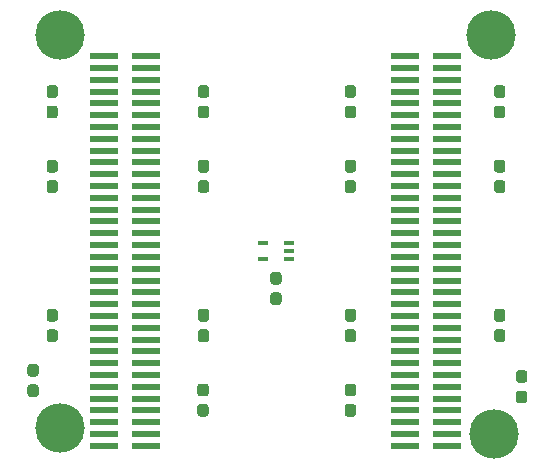
<source format=gbr>
G04 #@! TF.GenerationSoftware,KiCad,Pcbnew,5.1.10-88a1d61d58~88~ubuntu18.04.1*
G04 #@! TF.CreationDate,2021-07-16T13:52:33-04:00*
G04 #@! TF.ProjectId,SiPM_Board_RevC,5369504d-5f42-46f6-9172-645f52657643,rev?*
G04 #@! TF.SameCoordinates,PX8f0d180PY5f5e100*
G04 #@! TF.FileFunction,Soldermask,Bot*
G04 #@! TF.FilePolarity,Negative*
%FSLAX46Y46*%
G04 Gerber Fmt 4.6, Leading zero omitted, Abs format (unit mm)*
G04 Created by KiCad (PCBNEW 5.1.10-88a1d61d58~88~ubuntu18.04.1) date 2021-07-16 13:52:33*
%MOMM*%
%LPD*%
G01*
G04 APERTURE LIST*
%ADD10C,4.191000*%
%ADD11R,2.413000X0.558800*%
%ADD12R,0.900000X0.400000*%
G04 APERTURE END LIST*
D10*
G04 #@! TO.C,H1*
X-18250000Y18250000D03*
G04 #@! TD*
G04 #@! TO.C,H2*
X18250000Y18250000D03*
G04 #@! TD*
G04 #@! TO.C,H3*
X-18250000Y-15000000D03*
G04 #@! TD*
G04 #@! TO.C,H4*
X18500000Y-15500000D03*
G04 #@! TD*
D11*
G04 #@! TO.C,J2*
X10972000Y16497300D03*
X14528000Y16497300D03*
X14528000Y15497302D03*
X10972000Y15497302D03*
X14528000Y14497304D03*
X10972000Y14497304D03*
X14528000Y13497306D03*
X10972000Y13497306D03*
X14528000Y12497308D03*
X10972000Y12497308D03*
X14528000Y11497310D03*
X10972000Y11497310D03*
X14528000Y10497312D03*
X10972000Y10497312D03*
X14528000Y9497314D03*
X10972000Y9497314D03*
X14528000Y8497316D03*
X10972000Y8497316D03*
X14528000Y7497318D03*
X10972000Y7497318D03*
X14528000Y6497320D03*
X10972000Y6497320D03*
X14528000Y5497322D03*
X10972000Y5497322D03*
X14528000Y4497324D03*
X10972000Y4497324D03*
X14528000Y3497326D03*
X10972000Y3497326D03*
X14528000Y2497328D03*
X10972000Y2497328D03*
X14528000Y1497330D03*
X10972000Y1497330D03*
X14528000Y497332D03*
X10972000Y497332D03*
X14528000Y-502666D03*
X10972000Y-502666D03*
X14528000Y-1502664D03*
X10972000Y-1502664D03*
X14528000Y-2502662D03*
X10972000Y-2502662D03*
X14528000Y-3502660D03*
X10972000Y-3502660D03*
X14528000Y-4502658D03*
X10972000Y-4502658D03*
X14528000Y-5502656D03*
X10972000Y-5502656D03*
X14528000Y-6502654D03*
X10972000Y-6502654D03*
X14528000Y-7502652D03*
X10972000Y-7502652D03*
X14528000Y-8502650D03*
X10972000Y-8502650D03*
X14528000Y-9502648D03*
X10972000Y-9502648D03*
X14528000Y-10502646D03*
X10972000Y-10502646D03*
X14528000Y-11502644D03*
X10972000Y-11502644D03*
X14528000Y-12502642D03*
X10972000Y-12502642D03*
X14528000Y-13502640D03*
X10972000Y-13502640D03*
X14528000Y-14502638D03*
X10972000Y-14502638D03*
X14528000Y-15502636D03*
X10972000Y-15502636D03*
X14528000Y-16502634D03*
X10972000Y-16502634D03*
G04 #@! TD*
G04 #@! TO.C,C16*
G36*
G01*
X18702500Y14030000D02*
X19177500Y14030000D01*
G75*
G02*
X19415000Y13792500I0J-237500D01*
G01*
X19415000Y13192500D01*
G75*
G02*
X19177500Y12955000I-237500J0D01*
G01*
X18702500Y12955000D01*
G75*
G02*
X18465000Y13192500I0J237500D01*
G01*
X18465000Y13792500D01*
G75*
G02*
X18702500Y14030000I237500J0D01*
G01*
G37*
G36*
G01*
X18702500Y12305000D02*
X19177500Y12305000D01*
G75*
G02*
X19415000Y12067500I0J-237500D01*
G01*
X19415000Y11467500D01*
G75*
G02*
X19177500Y11230000I-237500J0D01*
G01*
X18702500Y11230000D01*
G75*
G02*
X18465000Y11467500I0J237500D01*
G01*
X18465000Y12067500D01*
G75*
G02*
X18702500Y12305000I237500J0D01*
G01*
G37*
G04 #@! TD*
D12*
G04 #@! TO.C,U1*
X-1100000Y-650000D03*
X1100000Y0D03*
X-1099820Y655320D03*
X1100000Y-650000D03*
X1100000Y650000D03*
G04 #@! TD*
D11*
G04 #@! TO.C,J1*
X-14528000Y16497300D03*
X-10972000Y16497300D03*
X-10972000Y15497302D03*
X-14528000Y15497302D03*
X-10972000Y14497304D03*
X-14528000Y14497304D03*
X-10972000Y13497306D03*
X-14528000Y13497306D03*
X-10972000Y12497308D03*
X-14528000Y12497308D03*
X-10972000Y11497310D03*
X-14528000Y11497310D03*
X-10972000Y10497312D03*
X-14528000Y10497312D03*
X-10972000Y9497314D03*
X-14528000Y9497314D03*
X-10972000Y8497316D03*
X-14528000Y8497316D03*
X-10972000Y7497318D03*
X-14528000Y7497318D03*
X-10972000Y6497320D03*
X-14528000Y6497320D03*
X-10972000Y5497322D03*
X-14528000Y5497322D03*
X-10972000Y4497324D03*
X-14528000Y4497324D03*
X-10972000Y3497326D03*
X-14528000Y3497326D03*
X-10972000Y2497328D03*
X-14528000Y2497328D03*
X-10972000Y1497330D03*
X-14528000Y1497330D03*
X-10972000Y497332D03*
X-14528000Y497332D03*
X-10972000Y-502666D03*
X-14528000Y-502666D03*
X-10972000Y-1502664D03*
X-14528000Y-1502664D03*
X-10972000Y-2502662D03*
X-14528000Y-2502662D03*
X-10972000Y-3502660D03*
X-14528000Y-3502660D03*
X-10972000Y-4502658D03*
X-14528000Y-4502658D03*
X-10972000Y-5502656D03*
X-14528000Y-5502656D03*
X-10972000Y-6502654D03*
X-14528000Y-6502654D03*
X-10972000Y-7502652D03*
X-14528000Y-7502652D03*
X-10972000Y-8502650D03*
X-14528000Y-8502650D03*
X-10972000Y-9502648D03*
X-14528000Y-9502648D03*
X-10972000Y-10502646D03*
X-14528000Y-10502646D03*
X-10972000Y-11502644D03*
X-14528000Y-11502644D03*
X-10972000Y-12502642D03*
X-14528000Y-12502642D03*
X-10972000Y-13502640D03*
X-14528000Y-13502640D03*
X-10972000Y-14502638D03*
X-14528000Y-14502638D03*
X-10972000Y-15502636D03*
X-14528000Y-15502636D03*
X-10972000Y-16502634D03*
X-14528000Y-16502634D03*
G04 #@! TD*
G04 #@! TO.C,C15*
G36*
G01*
X6072500Y-11230000D02*
X6547500Y-11230000D01*
G75*
G02*
X6785000Y-11467500I0J-237500D01*
G01*
X6785000Y-12067500D01*
G75*
G02*
X6547500Y-12305000I-237500J0D01*
G01*
X6072500Y-12305000D01*
G75*
G02*
X5835000Y-12067500I0J237500D01*
G01*
X5835000Y-11467500D01*
G75*
G02*
X6072500Y-11230000I237500J0D01*
G01*
G37*
G36*
G01*
X6072500Y-12955000D02*
X6547500Y-12955000D01*
G75*
G02*
X6785000Y-13192500I0J-237500D01*
G01*
X6785000Y-13792500D01*
G75*
G02*
X6547500Y-14030000I-237500J0D01*
G01*
X6072500Y-14030000D01*
G75*
G02*
X5835000Y-13792500I0J237500D01*
G01*
X5835000Y-13192500D01*
G75*
G02*
X6072500Y-12955000I237500J0D01*
G01*
G37*
G04 #@! TD*
G04 #@! TO.C,C9*
G36*
G01*
X-237500Y-3505000D02*
X237500Y-3505000D01*
G75*
G02*
X475000Y-3742500I0J-237500D01*
G01*
X475000Y-4342500D01*
G75*
G02*
X237500Y-4580000I-237500J0D01*
G01*
X-237500Y-4580000D01*
G75*
G02*
X-475000Y-4342500I0J237500D01*
G01*
X-475000Y-3742500D01*
G75*
G02*
X-237500Y-3505000I237500J0D01*
G01*
G37*
G36*
G01*
X-237500Y-1780000D02*
X237500Y-1780000D01*
G75*
G02*
X475000Y-2017500I0J-237500D01*
G01*
X475000Y-2617500D01*
G75*
G02*
X237500Y-2855000I-237500J0D01*
G01*
X-237500Y-2855000D01*
G75*
G02*
X-475000Y-2617500I0J237500D01*
G01*
X-475000Y-2017500D01*
G75*
G02*
X-237500Y-1780000I237500J0D01*
G01*
G37*
G04 #@! TD*
G04 #@! TO.C,C5*
G36*
G01*
X-19177500Y12305000D02*
X-18702500Y12305000D01*
G75*
G02*
X-18465000Y12067500I0J-237500D01*
G01*
X-18465000Y11467500D01*
G75*
G02*
X-18702500Y11230000I-237500J0D01*
G01*
X-19177500Y11230000D01*
G75*
G02*
X-19415000Y11467500I0J237500D01*
G01*
X-19415000Y12067500D01*
G75*
G02*
X-19177500Y12305000I237500J0D01*
G01*
G37*
G36*
G01*
X-19177500Y14030000D02*
X-18702500Y14030000D01*
G75*
G02*
X-18465000Y13792500I0J-237500D01*
G01*
X-18465000Y13192500D01*
G75*
G02*
X-18702500Y12955000I-237500J0D01*
G01*
X-19177500Y12955000D01*
G75*
G02*
X-19415000Y13192500I0J237500D01*
G01*
X-19415000Y13792500D01*
G75*
G02*
X-19177500Y14030000I237500J0D01*
G01*
G37*
G04 #@! TD*
G04 #@! TO.C,C7*
G36*
G01*
X-6367500Y14030000D02*
X-5892500Y14030000D01*
G75*
G02*
X-5655000Y13792500I0J-237500D01*
G01*
X-5655000Y13192500D01*
G75*
G02*
X-5892500Y12955000I-237500J0D01*
G01*
X-6367500Y12955000D01*
G75*
G02*
X-6605000Y13192500I0J237500D01*
G01*
X-6605000Y13792500D01*
G75*
G02*
X-6367500Y14030000I237500J0D01*
G01*
G37*
G36*
G01*
X-6367500Y12305000D02*
X-5892500Y12305000D01*
G75*
G02*
X-5655000Y12067500I0J-237500D01*
G01*
X-5655000Y11467500D01*
G75*
G02*
X-5892500Y11230000I-237500J0D01*
G01*
X-6367500Y11230000D01*
G75*
G02*
X-6605000Y11467500I0J237500D01*
G01*
X-6605000Y12067500D01*
G75*
G02*
X-6367500Y12305000I237500J0D01*
G01*
G37*
G04 #@! TD*
G04 #@! TO.C,C6*
G36*
G01*
X-20797500Y-11295000D02*
X-20322500Y-11295000D01*
G75*
G02*
X-20085000Y-11532500I0J-237500D01*
G01*
X-20085000Y-12132500D01*
G75*
G02*
X-20322500Y-12370000I-237500J0D01*
G01*
X-20797500Y-12370000D01*
G75*
G02*
X-21035000Y-12132500I0J237500D01*
G01*
X-21035000Y-11532500D01*
G75*
G02*
X-20797500Y-11295000I237500J0D01*
G01*
G37*
G36*
G01*
X-20797500Y-9570000D02*
X-20322500Y-9570000D01*
G75*
G02*
X-20085000Y-9807500I0J-237500D01*
G01*
X-20085000Y-10407500D01*
G75*
G02*
X-20322500Y-10645000I-237500J0D01*
G01*
X-20797500Y-10645000D01*
G75*
G02*
X-21035000Y-10407500I0J237500D01*
G01*
X-21035000Y-9807500D01*
G75*
G02*
X-20797500Y-9570000I237500J0D01*
G01*
G37*
G04 #@! TD*
G04 #@! TO.C,C8*
G36*
G01*
X-6417500Y-11230000D02*
X-5942500Y-11230000D01*
G75*
G02*
X-5705000Y-11467500I0J-237500D01*
G01*
X-5705000Y-12067500D01*
G75*
G02*
X-5942500Y-12305000I-237500J0D01*
G01*
X-6417500Y-12305000D01*
G75*
G02*
X-6655000Y-12067500I0J237500D01*
G01*
X-6655000Y-11467500D01*
G75*
G02*
X-6417500Y-11230000I237500J0D01*
G01*
G37*
G36*
G01*
X-6417500Y-12955000D02*
X-5942500Y-12955000D01*
G75*
G02*
X-5705000Y-13192500I0J-237500D01*
G01*
X-5705000Y-13792500D01*
G75*
G02*
X-5942500Y-14030000I-237500J0D01*
G01*
X-6417500Y-14030000D01*
G75*
G02*
X-6655000Y-13792500I0J237500D01*
G01*
X-6655000Y-13192500D01*
G75*
G02*
X-6417500Y-12955000I237500J0D01*
G01*
G37*
G04 #@! TD*
G04 #@! TO.C,C14*
G36*
G01*
X6072500Y12305000D02*
X6547500Y12305000D01*
G75*
G02*
X6785000Y12067500I0J-237500D01*
G01*
X6785000Y11467500D01*
G75*
G02*
X6547500Y11230000I-237500J0D01*
G01*
X6072500Y11230000D01*
G75*
G02*
X5835000Y11467500I0J237500D01*
G01*
X5835000Y12067500D01*
G75*
G02*
X6072500Y12305000I237500J0D01*
G01*
G37*
G36*
G01*
X6072500Y14030000D02*
X6547500Y14030000D01*
G75*
G02*
X6785000Y13792500I0J-237500D01*
G01*
X6785000Y13192500D01*
G75*
G02*
X6547500Y12955000I-237500J0D01*
G01*
X6072500Y12955000D01*
G75*
G02*
X5835000Y13192500I0J237500D01*
G01*
X5835000Y13792500D01*
G75*
G02*
X6072500Y14030000I237500J0D01*
G01*
G37*
G04 #@! TD*
G04 #@! TO.C,C17*
G36*
G01*
X20562500Y-11825000D02*
X21037500Y-11825000D01*
G75*
G02*
X21275000Y-12062500I0J-237500D01*
G01*
X21275000Y-12662500D01*
G75*
G02*
X21037500Y-12900000I-237500J0D01*
G01*
X20562500Y-12900000D01*
G75*
G02*
X20325000Y-12662500I0J237500D01*
G01*
X20325000Y-12062500D01*
G75*
G02*
X20562500Y-11825000I237500J0D01*
G01*
G37*
G36*
G01*
X20562500Y-10100000D02*
X21037500Y-10100000D01*
G75*
G02*
X21275000Y-10337500I0J-237500D01*
G01*
X21275000Y-10937500D01*
G75*
G02*
X21037500Y-11175000I-237500J0D01*
G01*
X20562500Y-11175000D01*
G75*
G02*
X20325000Y-10937500I0J237500D01*
G01*
X20325000Y-10337500D01*
G75*
G02*
X20562500Y-10100000I237500J0D01*
G01*
G37*
G04 #@! TD*
G04 #@! TO.C,C1*
G36*
G01*
X-19177500Y5985000D02*
X-18702500Y5985000D01*
G75*
G02*
X-18465000Y5747500I0J-237500D01*
G01*
X-18465000Y5147500D01*
G75*
G02*
X-18702500Y4910000I-237500J0D01*
G01*
X-19177500Y4910000D01*
G75*
G02*
X-19415000Y5147500I0J237500D01*
G01*
X-19415000Y5747500D01*
G75*
G02*
X-19177500Y5985000I237500J0D01*
G01*
G37*
G36*
G01*
X-19177500Y7710000D02*
X-18702500Y7710000D01*
G75*
G02*
X-18465000Y7472500I0J-237500D01*
G01*
X-18465000Y6872500D01*
G75*
G02*
X-18702500Y6635000I-237500J0D01*
G01*
X-19177500Y6635000D01*
G75*
G02*
X-19415000Y6872500I0J237500D01*
G01*
X-19415000Y7472500D01*
G75*
G02*
X-19177500Y7710000I237500J0D01*
G01*
G37*
G04 #@! TD*
G04 #@! TO.C,C3*
G36*
G01*
X-6367500Y7710000D02*
X-5892500Y7710000D01*
G75*
G02*
X-5655000Y7472500I0J-237500D01*
G01*
X-5655000Y6872500D01*
G75*
G02*
X-5892500Y6635000I-237500J0D01*
G01*
X-6367500Y6635000D01*
G75*
G02*
X-6605000Y6872500I0J237500D01*
G01*
X-6605000Y7472500D01*
G75*
G02*
X-6367500Y7710000I237500J0D01*
G01*
G37*
G36*
G01*
X-6367500Y5985000D02*
X-5892500Y5985000D01*
G75*
G02*
X-5655000Y5747500I0J-237500D01*
G01*
X-5655000Y5147500D01*
G75*
G02*
X-5892500Y4910000I-237500J0D01*
G01*
X-6367500Y4910000D01*
G75*
G02*
X-6605000Y5147500I0J237500D01*
G01*
X-6605000Y5747500D01*
G75*
G02*
X-6367500Y5985000I237500J0D01*
G01*
G37*
G04 #@! TD*
G04 #@! TO.C,C2*
G36*
G01*
X-19177500Y-6635000D02*
X-18702500Y-6635000D01*
G75*
G02*
X-18465000Y-6872500I0J-237500D01*
G01*
X-18465000Y-7472500D01*
G75*
G02*
X-18702500Y-7710000I-237500J0D01*
G01*
X-19177500Y-7710000D01*
G75*
G02*
X-19415000Y-7472500I0J237500D01*
G01*
X-19415000Y-6872500D01*
G75*
G02*
X-19177500Y-6635000I237500J0D01*
G01*
G37*
G36*
G01*
X-19177500Y-4910000D02*
X-18702500Y-4910000D01*
G75*
G02*
X-18465000Y-5147500I0J-237500D01*
G01*
X-18465000Y-5747500D01*
G75*
G02*
X-18702500Y-5985000I-237500J0D01*
G01*
X-19177500Y-5985000D01*
G75*
G02*
X-19415000Y-5747500I0J237500D01*
G01*
X-19415000Y-5147500D01*
G75*
G02*
X-19177500Y-4910000I237500J0D01*
G01*
G37*
G04 #@! TD*
G04 #@! TO.C,C4*
G36*
G01*
X-6367500Y-4910000D02*
X-5892500Y-4910000D01*
G75*
G02*
X-5655000Y-5147500I0J-237500D01*
G01*
X-5655000Y-5747500D01*
G75*
G02*
X-5892500Y-5985000I-237500J0D01*
G01*
X-6367500Y-5985000D01*
G75*
G02*
X-6605000Y-5747500I0J237500D01*
G01*
X-6605000Y-5147500D01*
G75*
G02*
X-6367500Y-4910000I237500J0D01*
G01*
G37*
G36*
G01*
X-6367500Y-6635000D02*
X-5892500Y-6635000D01*
G75*
G02*
X-5655000Y-6872500I0J-237500D01*
G01*
X-5655000Y-7472500D01*
G75*
G02*
X-5892500Y-7710000I-237500J0D01*
G01*
X-6367500Y-7710000D01*
G75*
G02*
X-6605000Y-7472500I0J237500D01*
G01*
X-6605000Y-6872500D01*
G75*
G02*
X-6367500Y-6635000I237500J0D01*
G01*
G37*
G04 #@! TD*
G04 #@! TO.C,C10*
G36*
G01*
X6072500Y5985000D02*
X6547500Y5985000D01*
G75*
G02*
X6785000Y5747500I0J-237500D01*
G01*
X6785000Y5147500D01*
G75*
G02*
X6547500Y4910000I-237500J0D01*
G01*
X6072500Y4910000D01*
G75*
G02*
X5835000Y5147500I0J237500D01*
G01*
X5835000Y5747500D01*
G75*
G02*
X6072500Y5985000I237500J0D01*
G01*
G37*
G36*
G01*
X6072500Y7710000D02*
X6547500Y7710000D01*
G75*
G02*
X6785000Y7472500I0J-237500D01*
G01*
X6785000Y6872500D01*
G75*
G02*
X6547500Y6635000I-237500J0D01*
G01*
X6072500Y6635000D01*
G75*
G02*
X5835000Y6872500I0J237500D01*
G01*
X5835000Y7472500D01*
G75*
G02*
X6072500Y7710000I237500J0D01*
G01*
G37*
G04 #@! TD*
G04 #@! TO.C,C12*
G36*
G01*
X18702500Y7710000D02*
X19177500Y7710000D01*
G75*
G02*
X19415000Y7472500I0J-237500D01*
G01*
X19415000Y6872500D01*
G75*
G02*
X19177500Y6635000I-237500J0D01*
G01*
X18702500Y6635000D01*
G75*
G02*
X18465000Y6872500I0J237500D01*
G01*
X18465000Y7472500D01*
G75*
G02*
X18702500Y7710000I237500J0D01*
G01*
G37*
G36*
G01*
X18702500Y5985000D02*
X19177500Y5985000D01*
G75*
G02*
X19415000Y5747500I0J-237500D01*
G01*
X19415000Y5147500D01*
G75*
G02*
X19177500Y4910000I-237500J0D01*
G01*
X18702500Y4910000D01*
G75*
G02*
X18465000Y5147500I0J237500D01*
G01*
X18465000Y5747500D01*
G75*
G02*
X18702500Y5985000I237500J0D01*
G01*
G37*
G04 #@! TD*
G04 #@! TO.C,C11*
G36*
G01*
X6072500Y-6635000D02*
X6547500Y-6635000D01*
G75*
G02*
X6785000Y-6872500I0J-237500D01*
G01*
X6785000Y-7472500D01*
G75*
G02*
X6547500Y-7710000I-237500J0D01*
G01*
X6072500Y-7710000D01*
G75*
G02*
X5835000Y-7472500I0J237500D01*
G01*
X5835000Y-6872500D01*
G75*
G02*
X6072500Y-6635000I237500J0D01*
G01*
G37*
G36*
G01*
X6072500Y-4910000D02*
X6547500Y-4910000D01*
G75*
G02*
X6785000Y-5147500I0J-237500D01*
G01*
X6785000Y-5747500D01*
G75*
G02*
X6547500Y-5985000I-237500J0D01*
G01*
X6072500Y-5985000D01*
G75*
G02*
X5835000Y-5747500I0J237500D01*
G01*
X5835000Y-5147500D01*
G75*
G02*
X6072500Y-4910000I237500J0D01*
G01*
G37*
G04 #@! TD*
G04 #@! TO.C,C13*
G36*
G01*
X18702500Y-4910000D02*
X19177500Y-4910000D01*
G75*
G02*
X19415000Y-5147500I0J-237500D01*
G01*
X19415000Y-5747500D01*
G75*
G02*
X19177500Y-5985000I-237500J0D01*
G01*
X18702500Y-5985000D01*
G75*
G02*
X18465000Y-5747500I0J237500D01*
G01*
X18465000Y-5147500D01*
G75*
G02*
X18702500Y-4910000I237500J0D01*
G01*
G37*
G36*
G01*
X18702500Y-6635000D02*
X19177500Y-6635000D01*
G75*
G02*
X19415000Y-6872500I0J-237500D01*
G01*
X19415000Y-7472500D01*
G75*
G02*
X19177500Y-7710000I-237500J0D01*
G01*
X18702500Y-7710000D01*
G75*
G02*
X18465000Y-7472500I0J237500D01*
G01*
X18465000Y-6872500D01*
G75*
G02*
X18702500Y-6635000I237500J0D01*
G01*
G37*
G04 #@! TD*
M02*

</source>
